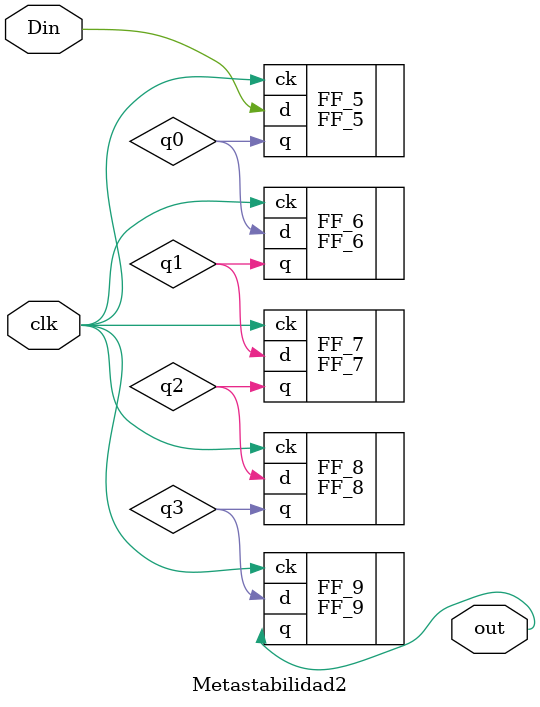
<source format=v>
`timescale 1ns / 1ps

module Metastabilidad2(  //modulo para evitar los efectos del rebote del pulsador
    input Din,			    //Declaracion de entradas y salidas
    input clk,			    //el modulo consiste en flipflops tipo D en cascada
	 output out
    );

wire q0,q1,q2,q3;

FF_5 FF_5 (        //FlipFlop 0
    .ck(clk), 
    .d(Din), 
    .q(q0)
    );

FF_6 FF_6 (			//FlipFlop 1
    .ck(clk), 
    .d(q0), 
    .q(q1)
    );

FF_7 FF_7 (			//FlipFlop 2
    .ck(clk), 
    .d(q1), 
    .q(q2)
    );

FF_8 FF_8 (			//FlipFlop 3
    .ck(clk), 
    .d(q2), 
    .q(q3)
    );

FF_9 FF_9 (			//FlipFlop 4
    .ck(clk), 
    .d(q3), 
    .q(out)
    );






endmodule


</source>
